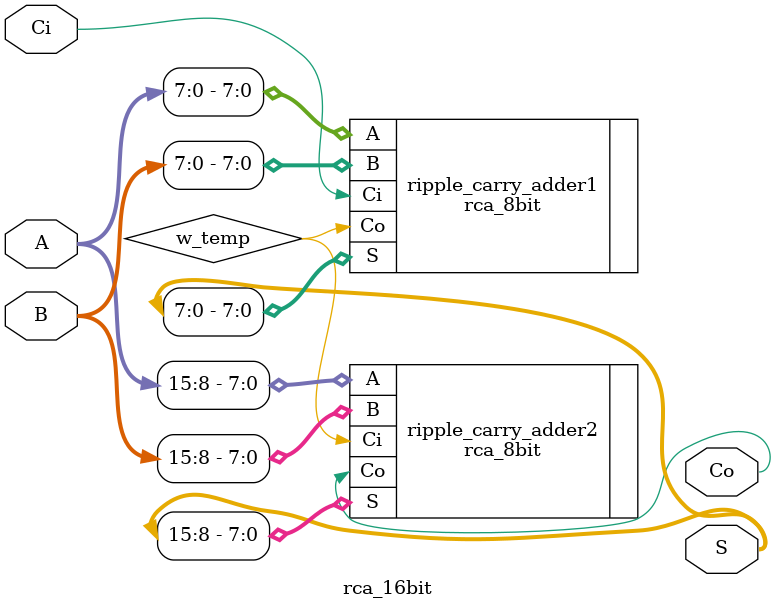
<source format=v>
`timescale 1ns / 1ps
module  rca_16bit (
    A,
    B,
    Ci,
    S,
    Co
);

    input [15:0] A, B;
    input Ci;
    output [15:0] S;
    output Co;
    wire w_temp;

    rca_8bit ripple_carry_adder1(.A(A[7:0]), .B(B[7:0]), .Ci(Ci), .S(S[7:0]), .Co(w_temp));
    rca_8bit ripple_carry_adder2(.A(A[15:8]), .B(B[15:8]), .Ci(w_temp), .S(S[15:8]), .Co(Co));
    
endmodule
</source>
